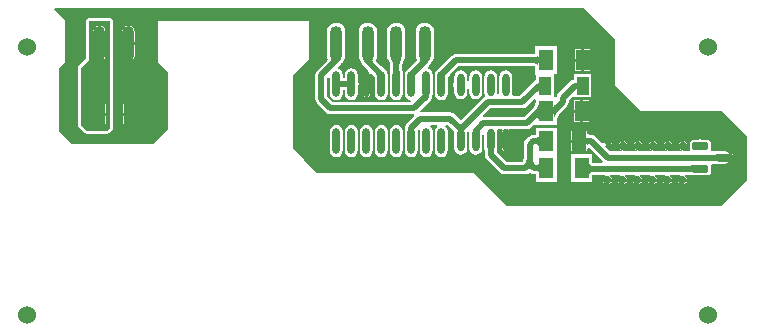
<source format=gtl>
G04*
G04 #@! TF.GenerationSoftware,Altium Limited,Altium Designer,20.1.14 (287)*
G04*
G04 Layer_Physical_Order=1*
G04 Layer_Color=255*
%FSLAX25Y25*%
%MOIN*%
G70*
G04*
G04 #@! TF.SameCoordinates,41C541CE-8B16-402B-B8EC-46EACFEFE534*
G04*
G04*
G04 #@! TF.FilePolarity,Positive*
G04*
G01*
G75*
%ADD16O,0.04000X0.12000*%
%ADD17O,0.02362X0.08661*%
G04:AMPARAMS|DCode=18|XSize=51.18mil|YSize=23.62mil|CornerRadius=2.01mil|HoleSize=0mil|Usage=FLASHONLY|Rotation=0.000|XOffset=0mil|YOffset=0mil|HoleType=Round|Shape=RoundedRectangle|*
%AMROUNDEDRECTD18*
21,1,0.05118,0.01961,0,0,0.0*
21,1,0.04717,0.02362,0,0,0.0*
1,1,0.00402,0.02358,-0.00980*
1,1,0.00402,-0.02358,-0.00980*
1,1,0.00402,-0.02358,0.00980*
1,1,0.00402,0.02358,0.00980*
%
%ADD18ROUNDEDRECTD18*%
%ADD19O,0.02362X0.07480*%
%ADD20R,0.05140X0.06922*%
%ADD21R,0.05118X0.07087*%
%ADD22R,0.03937X0.05906*%
%ADD23R,0.05315X0.07480*%
%ADD32C,0.02000*%
%ADD33C,0.06000*%
%ADD34C,0.02900*%
%ADD35C,0.02800*%
G36*
X399500Y299000D02*
X410000Y288500D01*
X410000Y273000D01*
X418500Y264500D01*
X445500D01*
X454000Y256000D01*
X454000Y241500D01*
X445500Y233000D01*
X374000Y233000D01*
X363000Y244000D01*
X310128D01*
X302500Y252339D01*
Y276500D01*
X308000Y282000D01*
X308000Y294500D01*
X257500D01*
Y281000D01*
X261000Y277500D01*
Y258500D01*
X256000Y253500D01*
X229000D01*
X224500Y257500D01*
Y279000D01*
X226500Y281000D01*
Y295000D01*
X222962Y298538D01*
X223153Y299000D01*
X399500Y299000D01*
D02*
G37*
%LPC*%
G36*
X248250Y292940D02*
Y287500D01*
X249789D01*
Y291000D01*
X249634Y291780D01*
X249192Y292442D01*
X248530Y292884D01*
X248250Y292940D01*
D02*
G37*
G36*
X247250D02*
X246970Y292884D01*
X246308Y292442D01*
X245866Y291780D01*
X245711Y291000D01*
Y287500D01*
X247250D01*
Y292940D01*
D02*
G37*
G36*
X401661Y285043D02*
X399602D01*
Y282000D01*
X401661D01*
Y285043D01*
D02*
G37*
G36*
X398602D02*
X396543D01*
Y282000D01*
X398602D01*
Y285043D01*
D02*
G37*
G36*
X249789Y286500D02*
X248250D01*
Y281060D01*
X248530Y281116D01*
X249192Y281558D01*
X249634Y282220D01*
X249789Y283000D01*
Y286500D01*
D02*
G37*
G36*
X247250D02*
X245711D01*
Y283000D01*
X245866Y282220D01*
X246308Y281558D01*
X246970Y281116D01*
X247250Y281060D01*
Y286500D01*
D02*
G37*
G36*
X401661Y281000D02*
X399602D01*
Y277957D01*
X401661D01*
Y281000D01*
D02*
G37*
G36*
X398602D02*
X396543D01*
Y277957D01*
X398602D01*
Y281000D01*
D02*
G37*
G36*
X251756Y278240D02*
X249598D01*
Y275000D01*
X251756D01*
Y278240D01*
D02*
G37*
G36*
X248598D02*
X246441D01*
Y275000D01*
X248598D01*
Y278240D01*
D02*
G37*
G36*
X363500Y278035D02*
X362649Y277866D01*
X361928Y277383D01*
X361445Y276662D01*
X361276Y275811D01*
Y274764D01*
X360776Y274555D01*
X360724Y274607D01*
Y275811D01*
X360555Y276662D01*
X360072Y277383D01*
X359351Y277866D01*
X358500Y278035D01*
X357649Y277866D01*
X356927Y277383D01*
X356445Y276662D01*
X356276Y275811D01*
Y274244D01*
X356239Y274188D01*
X356053Y273252D01*
X356239Y272316D01*
X356276Y272260D01*
Y270693D01*
X356445Y269842D01*
X356927Y269120D01*
X357649Y268638D01*
X358500Y268469D01*
X359351Y268638D01*
X360072Y269120D01*
X360555Y269842D01*
X360724Y270693D01*
Y271897D01*
X360776Y271949D01*
X361276Y271740D01*
Y270693D01*
X361445Y269842D01*
X361928Y269120D01*
X362649Y268638D01*
X363500Y268469D01*
X364351Y268638D01*
X365072Y269120D01*
X365555Y269842D01*
X365724Y270693D01*
Y275811D01*
X365555Y276662D01*
X365072Y277383D01*
X364351Y277866D01*
X363500Y278035D01*
D02*
G37*
G36*
X326500Y277685D02*
X326149Y277450D01*
X325887Y277059D01*
X325796Y276598D01*
Y274256D01*
X325634Y274015D01*
X325621Y273949D01*
X326500D01*
Y277685D01*
D02*
G37*
G36*
X251756Y274000D02*
X249598D01*
Y270760D01*
X251756D01*
Y274000D01*
D02*
G37*
G36*
X248598D02*
X246441D01*
Y270760D01*
X248598D01*
Y274000D01*
D02*
G37*
G36*
X328379Y272949D02*
X327500D01*
Y269213D01*
X327852Y269448D01*
X328113Y269838D01*
X328204Y270299D01*
Y272641D01*
X328366Y272883D01*
X328379Y272949D01*
D02*
G37*
G36*
X326500D02*
X325621D01*
X325634Y272883D01*
X325796Y272641D01*
Y270299D01*
X325887Y269838D01*
X326149Y269448D01*
X326500Y269213D01*
Y272949D01*
D02*
G37*
G36*
X337000Y294026D02*
X336217Y293923D01*
X335487Y293620D01*
X334860Y293140D01*
X334380Y292513D01*
X334077Y291783D01*
X333974Y291000D01*
Y283000D01*
X334077Y282217D01*
X334314Y281645D01*
X334321Y281607D01*
X334343Y281575D01*
X334380Y281487D01*
X334417Y281438D01*
X334428Y281413D01*
X334543Y281249D01*
X334625Y281106D01*
X334701Y280946D01*
X334770Y280767D01*
X334831Y280568D01*
X334883Y280348D01*
X334922Y280121D01*
X334961Y279696D01*
Y278203D01*
X334947Y277707D01*
X334918Y277366D01*
X334906Y277276D01*
X334899Y277243D01*
X334889Y277211D01*
X334877Y277107D01*
X334776Y276598D01*
Y270299D01*
X334945Y269448D01*
X335427Y268727D01*
X336149Y268245D01*
X337000Y268075D01*
X337851Y268245D01*
X338573Y268727D01*
X339055Y269448D01*
X339224Y270299D01*
Y276598D01*
X339129Y277077D01*
X339039Y278565D01*
Y279691D01*
X339047Y279858D01*
X339076Y280108D01*
X339117Y280348D01*
X339169Y280568D01*
X339230Y280767D01*
X339299Y280946D01*
X339375Y281106D01*
X339457Y281249D01*
X339572Y281413D01*
X339583Y281438D01*
X339620Y281487D01*
X339657Y281575D01*
X339679Y281607D01*
X339686Y281645D01*
X339923Y282217D01*
X340026Y283000D01*
Y291000D01*
X339923Y291783D01*
X339620Y292513D01*
X339140Y293140D01*
X338513Y293620D01*
X337783Y293923D01*
X337000Y294026D01*
D02*
G37*
G36*
X327500D02*
X326717Y293923D01*
X325987Y293620D01*
X325360Y293140D01*
X324880Y292513D01*
X324577Y291783D01*
X324474Y291000D01*
Y283000D01*
X324577Y282217D01*
X324880Y281487D01*
X325263Y280987D01*
X325268Y280933D01*
X325305Y280863D01*
X325324Y280786D01*
X325391Y280644D01*
X325476Y280529D01*
X325547Y280406D01*
X325614Y280330D01*
X325616Y280318D01*
X326058Y279657D01*
X327502Y278213D01*
X327500Y278209D01*
Y273949D01*
X328379D01*
X328366Y274015D01*
X328204Y274256D01*
Y276598D01*
X328153Y276854D01*
X328614Y277100D01*
X329139Y276576D01*
X329316Y276375D01*
X329548Y276083D01*
X329723Y275830D01*
X329776Y275736D01*
Y270299D01*
X329945Y269448D01*
X330428Y268727D01*
X331149Y268245D01*
X332000Y268075D01*
X332851Y268245D01*
X333573Y268727D01*
X334055Y269448D01*
X334224Y270299D01*
Y276598D01*
X334055Y277449D01*
X333573Y278171D01*
X333207Y278415D01*
X333150Y278471D01*
X333120Y278484D01*
X332052Y279431D01*
X330372Y281111D01*
X330226Y281278D01*
X330094Y281452D01*
X330120Y281487D01*
X330423Y282217D01*
X330526Y283000D01*
Y291000D01*
X330423Y291783D01*
X330120Y292513D01*
X329640Y293140D01*
X329013Y293620D01*
X328283Y293923D01*
X327500Y294026D01*
D02*
G37*
G36*
X346500D02*
X345717Y293923D01*
X344987Y293620D01*
X344360Y293140D01*
X343880Y292513D01*
X343577Y291783D01*
X343474Y291000D01*
Y283000D01*
X343577Y282217D01*
X343880Y281487D01*
X343903Y281456D01*
X343588Y281070D01*
X341693Y279175D01*
X341332Y278834D01*
X341071Y278613D01*
X340998Y278558D01*
X340970Y278540D01*
X340940Y278524D01*
X340899Y278491D01*
X340850Y278471D01*
X340793Y278415D01*
X340427Y278171D01*
X339945Y277449D01*
X339776Y276598D01*
Y270299D01*
X339945Y269448D01*
X340427Y268727D01*
X341149Y268245D01*
X341526Y268170D01*
X341756Y267614D01*
X341705Y267539D01*
X315845D01*
X314039Y269345D01*
Y275552D01*
X314276Y275739D01*
X314776Y275515D01*
Y270299D01*
X314945Y269448D01*
X315427Y268727D01*
X316149Y268245D01*
X317000Y268075D01*
X317851Y268245D01*
X318572Y268727D01*
X319055Y269448D01*
X319224Y270299D01*
Y271410D01*
X319776D01*
Y270299D01*
X319945Y269448D01*
X320427Y268727D01*
X321149Y268245D01*
X322000Y268075D01*
X322851Y268245D01*
X323572Y268727D01*
X324055Y269448D01*
X324224Y270299D01*
Y272457D01*
X324261Y272512D01*
X324447Y273449D01*
X324261Y274385D01*
X324224Y274441D01*
Y276598D01*
X324055Y277449D01*
X323572Y278171D01*
X322851Y278653D01*
X322000Y278822D01*
X321149Y278653D01*
X320427Y278171D01*
X319945Y277449D01*
X319776Y276598D01*
Y275488D01*
X319224D01*
Y276598D01*
X319055Y277449D01*
X318572Y278171D01*
X317851Y278653D01*
X317692Y278685D01*
X317547Y279163D01*
X318442Y280058D01*
X318664Y280390D01*
X318709Y280444D01*
X318726Y280473D01*
X318751Y280495D01*
X318829Y280599D01*
X318845Y280635D01*
X319140Y280860D01*
X319620Y281487D01*
X319923Y282217D01*
X320026Y283000D01*
Y291000D01*
X319923Y291783D01*
X319620Y292513D01*
X319140Y293140D01*
X318513Y293620D01*
X317783Y293923D01*
X317000Y294026D01*
X316217Y293923D01*
X315487Y293620D01*
X314860Y293140D01*
X314380Y292513D01*
X314077Y291783D01*
X313974Y291000D01*
Y283000D01*
X314077Y282217D01*
X314273Y281745D01*
X314264Y281732D01*
X313873Y281257D01*
X310558Y277942D01*
X310116Y277280D01*
X309961Y276500D01*
Y268500D01*
X310116Y267720D01*
X310558Y267058D01*
X313558Y264058D01*
X314220Y263616D01*
X315000Y263461D01*
X342870D01*
X343058Y263140D01*
X343088Y262972D01*
X340558Y260442D01*
X340116Y259780D01*
X339961Y259000D01*
Y258575D01*
X339945Y258552D01*
X339776Y257701D01*
Y251402D01*
X339945Y250551D01*
X340427Y249829D01*
X341149Y249347D01*
X342000Y249178D01*
X342851Y249347D01*
X343572Y249829D01*
X344055Y250551D01*
X344224Y251402D01*
Y257701D01*
X344124Y258204D01*
X344475Y258531D01*
X344897Y258306D01*
X344776Y257701D01*
Y251402D01*
X344945Y250551D01*
X345427Y249829D01*
X346149Y249347D01*
X347000Y249178D01*
X347851Y249347D01*
X348572Y249829D01*
X349055Y250551D01*
X349224Y251402D01*
Y257701D01*
X349055Y258552D01*
X348572Y259273D01*
X348292Y259461D01*
X348444Y259961D01*
X350556D01*
X350708Y259461D01*
X350428Y259273D01*
X349945Y258552D01*
X349776Y257701D01*
Y251402D01*
X349945Y250551D01*
X350428Y249829D01*
X351149Y249347D01*
X352000Y249178D01*
X352851Y249347D01*
X353573Y249829D01*
X354055Y250551D01*
X354224Y251402D01*
Y257701D01*
X354055Y258552D01*
X353573Y259273D01*
X353292Y259461D01*
X353444Y259961D01*
X354155D01*
X356365Y257752D01*
X356276Y257307D01*
Y252189D01*
X356445Y251338D01*
X356927Y250617D01*
X357649Y250134D01*
X358500Y249965D01*
X359351Y250134D01*
X360072Y250617D01*
X360555Y251338D01*
X360724Y252189D01*
Y257307D01*
X360667Y257592D01*
X360857Y257760D01*
X361314Y257498D01*
X361276Y257307D01*
Y252189D01*
X361445Y251338D01*
X361928Y250617D01*
X362649Y250134D01*
X363500Y249965D01*
X364351Y250134D01*
X365072Y250617D01*
X365555Y251338D01*
X365724Y252189D01*
Y256757D01*
X365776Y256796D01*
X366276Y256543D01*
Y252189D01*
X366445Y251338D01*
X366461Y251315D01*
Y250000D01*
X366616Y249220D01*
X367058Y248558D01*
X371558Y244058D01*
X372220Y243616D01*
X373000Y243461D01*
X380000D01*
X380780Y243616D01*
X381442Y244058D01*
X381500Y244116D01*
X381558Y244058D01*
X382220Y243616D01*
X383000Y243461D01*
X383441D01*
Y240957D01*
X390559D01*
Y250039D01*
X390651D01*
Y258961D01*
X383511D01*
Y256599D01*
X383423Y256578D01*
X383225Y256547D01*
X383122Y256539D01*
X382672D01*
X381891Y256384D01*
X381230Y255942D01*
X381230Y255942D01*
X380058Y254770D01*
X379616Y254109D01*
X379461Y253328D01*
Y248993D01*
X379440Y248779D01*
X379392Y248492D01*
X379326Y248223D01*
X379243Y247972D01*
X379144Y247738D01*
X379039Y247539D01*
X373845D01*
X370539Y250845D01*
Y251315D01*
X370555Y251338D01*
X370724Y252189D01*
Y257307D01*
X370594Y257961D01*
X370908Y258461D01*
X372269D01*
X372516Y257961D01*
X372387Y257768D01*
X372296Y257307D01*
Y255556D01*
X372134Y255314D01*
X372121Y255248D01*
X374879D01*
X374866Y255314D01*
X374704Y255556D01*
Y257307D01*
X374613Y257768D01*
X374484Y257961D01*
X374731Y258461D01*
X380500D01*
X381280Y258616D01*
X381942Y259058D01*
X383016Y260133D01*
X383441Y259957D01*
Y259957D01*
X390559D01*
Y261740D01*
X390568Y261862D01*
X390606Y262040D01*
X390677Y262253D01*
X390789Y262500D01*
X390943Y262778D01*
X391141Y263083D01*
X391378Y263404D01*
X391928Y264044D01*
X393942Y266058D01*
X394384Y266720D01*
X394539Y267500D01*
Y268155D01*
X395668Y269284D01*
X396130Y269093D01*
Y269047D01*
X402067D01*
Y276953D01*
X396130D01*
Y274966D01*
X395720Y274884D01*
X395058Y274442D01*
X391058Y270442D01*
X390616Y269780D01*
X390469Y269043D01*
X389967D01*
X389469Y269047D01*
X389469Y276953D01*
X389967Y276957D01*
X390457D01*
Y286043D01*
X383339D01*
Y283642D01*
X383304Y283628D01*
X383154Y283588D01*
X382942Y283552D01*
X382794Y283539D01*
X356902D01*
X356902Y283539D01*
X356121Y283384D01*
X355460Y282942D01*
X351693Y279175D01*
X351332Y278834D01*
X351071Y278613D01*
X350998Y278558D01*
X350970Y278540D01*
X350940Y278524D01*
X350899Y278491D01*
X350850Y278471D01*
X350793Y278415D01*
X350428Y278171D01*
X349945Y277449D01*
X349776Y276598D01*
Y270299D01*
X349945Y269448D01*
X350428Y268727D01*
X351149Y268245D01*
X352000Y268075D01*
X352851Y268245D01*
X353573Y268727D01*
X354055Y269448D01*
X354224Y270299D01*
Y275736D01*
X354277Y275830D01*
X354444Y276072D01*
X354903Y276617D01*
X357746Y279461D01*
X382794D01*
X382942Y279448D01*
X383154Y279413D01*
X383304Y279372D01*
X383339Y279358D01*
X383339Y276957D01*
X383531Y276537D01*
Y274758D01*
X383058Y274442D01*
X378167Y269551D01*
X375916D01*
X375596Y270051D01*
X375724Y270693D01*
Y275811D01*
X375555Y276662D01*
X375073Y277383D01*
X374351Y277866D01*
X373500Y278035D01*
X372649Y277866D01*
X371927Y277383D01*
X371445Y276662D01*
X371276Y275811D01*
Y270693D01*
X371341Y270365D01*
X371000Y269934D01*
X370659Y270365D01*
X370724Y270693D01*
Y275811D01*
X370555Y276662D01*
X370073Y277383D01*
X369351Y277866D01*
X368500Y278035D01*
X367649Y277866D01*
X366928Y277383D01*
X366445Y276662D01*
X366276Y275811D01*
Y270693D01*
X366445Y269842D01*
X366736Y269407D01*
X366731Y269396D01*
X366070Y268954D01*
X358500Y261384D01*
X356442Y263442D01*
X355780Y263884D01*
X355000Y264039D01*
X345130D01*
X344942Y264360D01*
X344912Y264528D01*
X348442Y268058D01*
X348884Y268720D01*
X349018Y269393D01*
X349055Y269448D01*
X349224Y270299D01*
Y276598D01*
X349055Y277449D01*
X348572Y278171D01*
X347851Y278653D01*
X347610Y278701D01*
X347465Y279179D01*
X347942Y279657D01*
X348274Y280153D01*
X348338Y280232D01*
X348356Y280266D01*
X348383Y280293D01*
X348525Y280499D01*
X348559Y280576D01*
X348609Y280644D01*
X348676Y280786D01*
X348695Y280863D01*
X348732Y280933D01*
X348737Y280987D01*
X349120Y281487D01*
X349423Y282217D01*
X349526Y283000D01*
Y291000D01*
X349423Y291783D01*
X349120Y292513D01*
X348640Y293140D01*
X348013Y293620D01*
X347283Y293923D01*
X346500Y294026D01*
D02*
G37*
G36*
X401370Y268043D02*
X399311D01*
Y265000D01*
X401370D01*
Y268043D01*
D02*
G37*
G36*
X398311D02*
X396252D01*
Y265000D01*
X398311D01*
Y268043D01*
D02*
G37*
G36*
X251070Y266961D02*
X249000D01*
Y264000D01*
X251070D01*
Y266961D01*
D02*
G37*
G36*
X248000D02*
X245930D01*
Y264000D01*
X248000D01*
Y266961D01*
D02*
G37*
G36*
X401370Y264000D02*
X399311D01*
Y260957D01*
X401370D01*
Y264000D01*
D02*
G37*
G36*
X398311D02*
X396252D01*
Y260957D01*
X398311D01*
Y264000D01*
D02*
G37*
G36*
X251070Y263000D02*
X249000D01*
Y260039D01*
X251070D01*
Y263000D01*
D02*
G37*
G36*
X248000D02*
X245930D01*
Y260039D01*
X248000D01*
Y263000D01*
D02*
G37*
G36*
X241500Y295520D02*
X234500D01*
X234110Y295442D01*
X233779Y295221D01*
X233558Y294890D01*
X233480Y294500D01*
Y281922D01*
X231279Y279721D01*
X231058Y279390D01*
X230980Y279000D01*
Y260000D01*
X231058Y259610D01*
X231279Y259279D01*
X233279Y257279D01*
X233610Y257058D01*
X234000Y256980D01*
X240500D01*
X240890Y257058D01*
X241221Y257279D01*
X242221Y258279D01*
X242442Y258610D01*
X242520Y259000D01*
Y294500D01*
X242442Y294890D01*
X242221Y295221D01*
X241890Y295442D01*
X241500Y295520D01*
D02*
G37*
G36*
X408000Y255879D02*
Y255000D01*
X408879D01*
X408866Y255066D01*
X408545Y255545D01*
X408066Y255866D01*
X408000Y255879D01*
D02*
G37*
G36*
X407000D02*
X406934Y255866D01*
X406455Y255545D01*
X406134Y255066D01*
X406121Y255000D01*
X407000D01*
Y255879D01*
D02*
G37*
G36*
X397419Y257961D02*
X395349D01*
Y255000D01*
X397419D01*
Y257961D01*
D02*
G37*
G36*
X433000Y254379D02*
Y253500D01*
X433879D01*
X433866Y253566D01*
X433545Y254045D01*
X433066Y254366D01*
X433000Y254379D01*
D02*
G37*
G36*
X432000D02*
X431934Y254366D01*
X431455Y254045D01*
X431134Y253566D01*
X431121Y253500D01*
X432000D01*
Y254379D01*
D02*
G37*
G36*
X428000D02*
Y253500D01*
X428879D01*
X428866Y253566D01*
X428545Y254045D01*
X428066Y254366D01*
X428000Y254379D01*
D02*
G37*
G36*
X427000D02*
X426934Y254366D01*
X426455Y254045D01*
X426134Y253566D01*
X426121Y253500D01*
X427000D01*
Y254379D01*
D02*
G37*
G36*
X423000D02*
Y253500D01*
X423879D01*
X423866Y253566D01*
X423545Y254045D01*
X423066Y254366D01*
X423000Y254379D01*
D02*
G37*
G36*
X422000D02*
X421934Y254366D01*
X421455Y254045D01*
X421134Y253566D01*
X421121Y253500D01*
X422000D01*
Y254379D01*
D02*
G37*
G36*
X418000D02*
Y253500D01*
X418879D01*
X418866Y253566D01*
X418545Y254045D01*
X418066Y254366D01*
X418000Y254379D01*
D02*
G37*
G36*
X417000D02*
X416934Y254366D01*
X416455Y254045D01*
X416134Y253566D01*
X416121Y253500D01*
X417000D01*
Y254379D01*
D02*
G37*
G36*
X413000D02*
Y253500D01*
X413879D01*
X413866Y253566D01*
X413545Y254045D01*
X413066Y254366D01*
X413000Y254379D01*
D02*
G37*
G36*
X412000D02*
X411934Y254366D01*
X411455Y254045D01*
X411134Y253566D01*
X411121Y253500D01*
X412000D01*
Y254379D01*
D02*
G37*
G36*
X408879Y254000D02*
X408000D01*
Y253121D01*
X408066Y253134D01*
X408545Y253455D01*
X408866Y253934D01*
X408879Y254000D01*
D02*
G37*
G36*
X374879Y254248D02*
X374000D01*
Y251103D01*
X374352Y251337D01*
X374613Y251728D01*
X374704Y252189D01*
Y253940D01*
X374866Y254182D01*
X374879Y254248D01*
D02*
G37*
G36*
X373000D02*
X372121D01*
X372134Y254182D01*
X372296Y253940D01*
Y252189D01*
X372387Y251728D01*
X372649Y251337D01*
X373000Y251103D01*
Y254248D01*
D02*
G37*
G36*
X397419Y254000D02*
X395349D01*
Y251039D01*
X397419D01*
Y254000D01*
D02*
G37*
G36*
X337000Y259925D02*
X336149Y259755D01*
X335427Y259273D01*
X334945Y258552D01*
X334776Y257701D01*
Y251402D01*
X334945Y250551D01*
X335427Y249829D01*
X336149Y249347D01*
X337000Y249178D01*
X337851Y249347D01*
X338573Y249829D01*
X339055Y250551D01*
X339224Y251402D01*
Y257701D01*
X339055Y258552D01*
X338573Y259273D01*
X337851Y259755D01*
X337000Y259925D01*
D02*
G37*
G36*
X332000D02*
X331149Y259755D01*
X330428Y259273D01*
X329945Y258552D01*
X329776Y257701D01*
Y251402D01*
X329945Y250551D01*
X330428Y249829D01*
X331149Y249347D01*
X332000Y249178D01*
X332851Y249347D01*
X333573Y249829D01*
X334055Y250551D01*
X334224Y251402D01*
Y257701D01*
X334055Y258552D01*
X333573Y259273D01*
X332851Y259755D01*
X332000Y259925D01*
D02*
G37*
G36*
X327000D02*
X326149Y259755D01*
X325428Y259273D01*
X324945Y258552D01*
X324776Y257701D01*
Y251402D01*
X324945Y250551D01*
X325428Y249829D01*
X326149Y249347D01*
X327000Y249178D01*
X327851Y249347D01*
X328573Y249829D01*
X329055Y250551D01*
X329224Y251402D01*
Y257701D01*
X329055Y258552D01*
X328573Y259273D01*
X327851Y259755D01*
X327000Y259925D01*
D02*
G37*
G36*
X322000D02*
X321149Y259755D01*
X320427Y259273D01*
X319945Y258552D01*
X319776Y257701D01*
Y251402D01*
X319945Y250551D01*
X320427Y249829D01*
X321149Y249347D01*
X322000Y249178D01*
X322851Y249347D01*
X323572Y249829D01*
X324055Y250551D01*
X324224Y251402D01*
Y257701D01*
X324055Y258552D01*
X323572Y259273D01*
X322851Y259755D01*
X322000Y259925D01*
D02*
G37*
G36*
X317000D02*
X316149Y259755D01*
X315427Y259273D01*
X314945Y258552D01*
X314776Y257701D01*
Y251402D01*
X314945Y250551D01*
X315427Y249829D01*
X316149Y249347D01*
X317000Y249178D01*
X317851Y249347D01*
X318572Y249829D01*
X319055Y250551D01*
X319224Y251402D01*
Y257701D01*
X319055Y258552D01*
X318572Y259273D01*
X317851Y259755D01*
X317000Y259925D01*
D02*
G37*
G36*
X400489Y257961D02*
X398419D01*
Y254500D01*
Y251039D01*
X400489D01*
Y251962D01*
X400584Y251981D01*
X400706Y251986D01*
X400778Y252019D01*
X400855Y252035D01*
X400956Y252102D01*
X401067Y252154D01*
X401496Y252071D01*
X401616Y252000D01*
X405817Y247799D01*
X405610Y247299D01*
X402911D01*
X402762Y247312D01*
X402548Y247348D01*
X402395Y247388D01*
X402370Y247399D01*
Y250043D01*
X395252D01*
Y240957D01*
X402370D01*
Y243121D01*
X402395Y243131D01*
X402548Y243172D01*
X402762Y243208D01*
X402911Y243221D01*
X406484D01*
X406636Y242721D01*
X406373Y242545D01*
X406053Y242066D01*
X406040Y242000D01*
X408798D01*
X408785Y242066D01*
X408464Y242545D01*
X408202Y242721D01*
X408354Y243221D01*
X411484D01*
X411636Y242721D01*
X411373Y242545D01*
X411053Y242066D01*
X411040Y242000D01*
X413798D01*
X413785Y242066D01*
X413464Y242545D01*
X413202Y242721D01*
X413353Y243221D01*
X416484D01*
X416636Y242721D01*
X416373Y242545D01*
X416053Y242066D01*
X416040Y242000D01*
X418798D01*
X418785Y242066D01*
X418464Y242545D01*
X418202Y242721D01*
X418354Y243221D01*
X421484D01*
X421636Y242721D01*
X421373Y242545D01*
X421053Y242066D01*
X421040Y242000D01*
X423798D01*
X423785Y242066D01*
X423464Y242545D01*
X423202Y242721D01*
X423353Y243221D01*
X426484D01*
X426636Y242721D01*
X426373Y242545D01*
X426053Y242066D01*
X426040Y242000D01*
X428798D01*
X428785Y242066D01*
X428464Y242545D01*
X428202Y242721D01*
X428354Y243221D01*
X431484D01*
X431636Y242721D01*
X431373Y242545D01*
X431053Y242066D01*
X431040Y242000D01*
X433798D01*
X433785Y242066D01*
X433464Y242545D01*
X433202Y242721D01*
X433354Y243221D01*
X434978D01*
X435429Y243198D01*
X435472Y243193D01*
X435539Y243148D01*
X436008Y243055D01*
X440724D01*
X441193Y243148D01*
X441590Y243414D01*
X441855Y243811D01*
X441949Y244280D01*
Y246240D01*
X441905Y246461D01*
X442243Y246961D01*
X443246D01*
X443696Y246938D01*
X443741Y246933D01*
X443741Y246933D01*
X443798Y246922D01*
X443850Y246895D01*
X443992Y246883D01*
X444131Y246856D01*
X444188Y246867D01*
X444247Y246862D01*
X444382Y246905D01*
X444521Y246933D01*
X444563Y246961D01*
X446634D01*
X447414Y247116D01*
X448076Y247558D01*
X448239Y247802D01*
X448992D01*
X449146Y247866D01*
X449209Y248020D01*
Y248500D01*
X446634D01*
Y249500D01*
X449209D01*
Y249980D01*
X449146Y250134D01*
X448992Y250198D01*
X448239D01*
X448076Y250442D01*
X447414Y250884D01*
X446634Y251039D01*
X444563D01*
X444521Y251067D01*
X444382Y251095D01*
X444247Y251138D01*
X444188Y251133D01*
X444131Y251144D01*
X443992Y251117D01*
X443957Y251114D01*
X442730Y251039D01*
X442243D01*
X441905Y251539D01*
X441949Y251760D01*
Y253720D01*
X441855Y254189D01*
X441590Y254586D01*
X441193Y254852D01*
X440724Y254945D01*
X439387D01*
X439303Y255001D01*
X438366Y255187D01*
X437430Y255001D01*
X437346Y254945D01*
X436008D01*
X435539Y254852D01*
X435142Y254586D01*
X434877Y254189D01*
X434784Y253720D01*
Y251760D01*
X434828Y251539D01*
X434490Y251039D01*
X432638D01*
X432588Y251539D01*
X433066Y251634D01*
X433545Y251955D01*
X433866Y252434D01*
X433879Y252500D01*
X431121D01*
X431134Y252434D01*
X431455Y251955D01*
X431934Y251634D01*
X432411Y251539D01*
X432362Y251039D01*
X427638D01*
X427589Y251539D01*
X428066Y251634D01*
X428545Y251955D01*
X428866Y252434D01*
X428879Y252500D01*
X426121D01*
X426134Y252434D01*
X426455Y251955D01*
X426934Y251634D01*
X427412Y251539D01*
X427362Y251039D01*
X422638D01*
X422588Y251539D01*
X423066Y251634D01*
X423545Y251955D01*
X423866Y252434D01*
X423879Y252500D01*
X421121D01*
X421134Y252434D01*
X421455Y251955D01*
X421934Y251634D01*
X422411Y251539D01*
X422362Y251039D01*
X417638D01*
X417589Y251539D01*
X418066Y251634D01*
X418545Y251955D01*
X418866Y252434D01*
X418879Y252500D01*
X416121D01*
X416134Y252434D01*
X416455Y251955D01*
X416934Y251634D01*
X417412Y251539D01*
X417362Y251039D01*
X412638D01*
X412589Y251539D01*
X413066Y251634D01*
X413545Y251955D01*
X413866Y252434D01*
X413879Y252500D01*
X411121D01*
X411134Y252434D01*
X411455Y251955D01*
X411934Y251634D01*
X412411Y251539D01*
X412362Y251039D01*
X408345D01*
X406734Y252650D01*
X406931Y253107D01*
X406962Y253129D01*
X407000Y253121D01*
Y254000D01*
X406121D01*
X406129Y253962D01*
X406107Y253931D01*
X405650Y253734D01*
X403442Y255942D01*
X402780Y256384D01*
X402000Y256539D01*
X401517D01*
X401367Y256556D01*
X401326Y256564D01*
X401254Y256643D01*
X401186Y256744D01*
X401120Y256788D01*
X401067Y256846D01*
X400956Y256897D01*
X400855Y256965D01*
X400778Y256981D01*
X400706Y257014D01*
X400584Y257019D01*
X400489Y257038D01*
Y257961D01*
D02*
G37*
G36*
X433798Y241000D02*
X432919D01*
Y240121D01*
X432984Y240134D01*
X433464Y240455D01*
X433785Y240934D01*
X433798Y241000D01*
D02*
G37*
G36*
X431919D02*
X431040D01*
X431053Y240934D01*
X431373Y240455D01*
X431853Y240134D01*
X431919Y240121D01*
Y241000D01*
D02*
G37*
G36*
X428798D02*
X427919D01*
Y240121D01*
X427985Y240134D01*
X428464Y240455D01*
X428785Y240934D01*
X428798Y241000D01*
D02*
G37*
G36*
X426919D02*
X426040D01*
X426053Y240934D01*
X426373Y240455D01*
X426853Y240134D01*
X426919Y240121D01*
Y241000D01*
D02*
G37*
G36*
X423798D02*
X422919D01*
Y240121D01*
X422985Y240134D01*
X423464Y240455D01*
X423785Y240934D01*
X423798Y241000D01*
D02*
G37*
G36*
X421919D02*
X421040D01*
X421053Y240934D01*
X421373Y240455D01*
X421853Y240134D01*
X421919Y240121D01*
Y241000D01*
D02*
G37*
G36*
X418798D02*
X417919D01*
Y240121D01*
X417984Y240134D01*
X418464Y240455D01*
X418785Y240934D01*
X418798Y241000D01*
D02*
G37*
G36*
X416919D02*
X416040D01*
X416053Y240934D01*
X416373Y240455D01*
X416853Y240134D01*
X416919Y240121D01*
Y241000D01*
D02*
G37*
G36*
X413798D02*
X412919D01*
Y240121D01*
X412985Y240134D01*
X413464Y240455D01*
X413785Y240934D01*
X413798Y241000D01*
D02*
G37*
G36*
X411919D02*
X411040D01*
X411053Y240934D01*
X411373Y240455D01*
X411853Y240134D01*
X411919Y240121D01*
Y241000D01*
D02*
G37*
G36*
X408798D02*
X407919D01*
Y240121D01*
X407984Y240134D01*
X408464Y240455D01*
X408785Y240934D01*
X408798Y241000D01*
D02*
G37*
G36*
X406919D02*
X406040D01*
X406053Y240934D01*
X406373Y240455D01*
X406853Y240134D01*
X406919Y240121D01*
Y241000D01*
D02*
G37*
%LPD*%
G36*
X338597Y281797D02*
X338471Y281581D01*
X338361Y281348D01*
X338265Y281099D01*
X338184Y280834D01*
X338118Y280552D01*
X338066Y280254D01*
X338030Y279940D01*
X338000Y279262D01*
X336000D01*
X335993Y279609D01*
X335934Y280254D01*
X335882Y280552D01*
X335816Y280834D01*
X335735Y281099D01*
X335639Y281348D01*
X335529Y281581D01*
X335403Y281797D01*
X335263Y281997D01*
X338737D01*
X338597Y281797D01*
D02*
G37*
G36*
X338001Y278837D02*
X338113Y276987D01*
X338139Y276904D01*
X335861D01*
X335887Y276987D01*
X335911Y277103D01*
X335932Y277253D01*
X335965Y277649D01*
X335999Y278837D01*
X336000Y279216D01*
X338000D01*
X338001Y278837D01*
D02*
G37*
G36*
X329097Y282056D02*
X328970Y281943D01*
X328902Y281801D01*
X328892Y281628D01*
X328940Y281425D01*
X329047Y281191D01*
X329211Y280928D01*
X329435Y280634D01*
X329716Y280310D01*
X330056Y279956D01*
X328299Y278886D01*
X327779Y279411D01*
X326313Y281079D01*
X326246Y281221D01*
X326254Y281299D01*
X326338Y281313D01*
X326497Y281263D01*
X329282Y282138D01*
X329097Y282056D01*
D02*
G37*
G36*
X331125Y278889D02*
X332512Y277660D01*
X332590Y277620D01*
X330833Y274949D01*
X330919Y275130D01*
X330954Y275333D01*
X330938Y275559D01*
X330872Y275808D01*
X330754Y276079D01*
X330587Y276373D01*
X330368Y276690D01*
X330098Y277030D01*
X329778Y277393D01*
X329407Y277778D01*
X330856Y279156D01*
X331125Y278889D01*
D02*
G37*
G36*
X384351Y279500D02*
X384331Y279690D01*
X384271Y279860D01*
X384171Y280010D01*
X384031Y280140D01*
X383851Y280250D01*
X383631Y280340D01*
X383371Y280410D01*
X383071Y280460D01*
X382731Y280490D01*
X382351Y280500D01*
Y282500D01*
X382731Y282510D01*
X383071Y282540D01*
X383371Y282590D01*
X383631Y282660D01*
X383851Y282750D01*
X384031Y282860D01*
X384171Y282990D01*
X384271Y283140D01*
X384331Y283310D01*
X384351Y283500D01*
Y279500D01*
D02*
G37*
G36*
X318003Y281263D02*
X318035Y281262D01*
X318012Y281210D01*
X317934Y281106D01*
X317801Y280950D01*
X316718Y279811D01*
X315846Y278932D01*
X314216Y280131D01*
X314565Y280494D01*
X315090Y281131D01*
X315265Y281404D01*
X315383Y281649D01*
X315442Y281863D01*
X315443Y282047D01*
X315387Y282202D01*
X315273Y282327D01*
X315101Y282422D01*
X318003Y281263D01*
D02*
G37*
G36*
X347503D02*
X347662Y281313D01*
X347746Y281299D01*
X347754Y281221D01*
X347687Y281079D01*
X347545Y280873D01*
X347327Y280603D01*
X346665Y279872D01*
X345701Y278886D01*
X343944Y279956D01*
X344284Y280310D01*
X344789Y280928D01*
X344953Y281191D01*
X345060Y281425D01*
X345108Y281628D01*
X345098Y281801D01*
X345030Y281943D01*
X344903Y282056D01*
X344718Y282138D01*
X347503Y281263D01*
D02*
G37*
G36*
X354593Y277778D02*
X354222Y277393D01*
X353632Y276690D01*
X353414Y276373D01*
X353245Y276079D01*
X353128Y275808D01*
X353062Y275559D01*
X353046Y275333D01*
X353081Y275130D01*
X353167Y274949D01*
X351410Y277620D01*
X351488Y277660D01*
X351587Y277726D01*
X351707Y277816D01*
X352011Y278073D01*
X352875Y278889D01*
X353144Y279156D01*
X354593Y277778D01*
D02*
G37*
G36*
X344593D02*
X344222Y277393D01*
X343632Y276690D01*
X343413Y276373D01*
X343246Y276079D01*
X343128Y275808D01*
X343062Y275559D01*
X343046Y275333D01*
X343081Y275130D01*
X343167Y274949D01*
X341410Y277620D01*
X341488Y277660D01*
X341587Y277726D01*
X341707Y277816D01*
X342011Y278073D01*
X342875Y278889D01*
X343144Y279156D01*
X344593Y277778D01*
D02*
G37*
G36*
X347590Y269278D02*
X347759Y269332D01*
X347854Y269325D01*
X347875Y269256D01*
X347823Y269126D01*
X347697Y268934D01*
X347498Y268680D01*
X346878Y267988D01*
X345963Y267049D01*
X344511Y268425D01*
X344884Y268812D01*
X345470Y269511D01*
X345683Y269821D01*
X345842Y270107D01*
X345947Y270366D01*
X345999Y270600D01*
X345997Y270809D01*
X345942Y270992D01*
X345833Y271149D01*
X347590Y269278D01*
D02*
G37*
G36*
X391668Y265254D02*
X391263Y264835D01*
X390580Y264040D01*
X390303Y263665D01*
X390068Y263304D01*
X389876Y262957D01*
X389727Y262626D01*
X389620Y262309D01*
X389556Y262006D01*
X389535Y261719D01*
Y267375D01*
X389549Y267119D01*
X389592Y266919D01*
X389663Y266776D01*
X389763Y266691D01*
X389892Y266662D01*
X390049Y266691D01*
X390234Y266776D01*
X390448Y266919D01*
X390690Y267119D01*
X390961Y267375D01*
X391668Y265254D01*
D02*
G37*
G36*
X383441Y268350D02*
Y267373D01*
X383436Y267356D01*
X383420Y267134D01*
X383382Y266954D01*
X383311Y266739D01*
X383200Y266492D01*
X383047Y266214D01*
X382850Y265909D01*
X382615Y265590D01*
X382067Y264951D01*
X379655Y262539D01*
X366130D01*
X365869Y262985D01*
X368356Y265473D01*
X379012D01*
X379792Y265628D01*
X380454Y266070D01*
X382941Y268557D01*
X383441Y268350D01*
D02*
G37*
G36*
X384453Y261625D02*
X384439Y261879D01*
X384396Y262077D01*
X384326Y262218D01*
X384227Y262303D01*
X384099Y262332D01*
X383944Y262303D01*
X383760Y262218D01*
X383548Y262077D01*
X383307Y261879D01*
X383039Y261625D01*
X382332Y263746D01*
X382735Y264163D01*
X383414Y264955D01*
X383689Y265330D01*
X383923Y265690D01*
X384114Y266037D01*
X384262Y266369D01*
X384368Y266687D01*
X384432Y266991D01*
X384453Y267281D01*
Y261625D01*
D02*
G37*
G36*
X366020Y259106D02*
X365644Y258716D01*
X365053Y258013D01*
X364838Y257699D01*
X364676Y257411D01*
X364567Y257148D01*
X364512Y256911D01*
X364510Y256699D01*
X364562Y256512D01*
X364667Y256351D01*
X362910Y258328D01*
X362775Y258287D01*
X362707Y258304D01*
X362708Y258379D01*
X362776Y258511D01*
X362912Y258702D01*
X363116Y258951D01*
X364136Y260045D01*
X364612Y260526D01*
X366020Y259106D01*
D02*
G37*
G36*
X384535Y252648D02*
X384517Y252810D01*
X384461Y252955D01*
X384368Y253083D01*
X384237Y253193D01*
X384069Y253287D01*
X383864Y253364D01*
X383622Y253423D01*
X383343Y253466D01*
X383026Y253491D01*
X382672Y253500D01*
Y255500D01*
X383026Y255508D01*
X383343Y255534D01*
X383622Y255577D01*
X383864Y255636D01*
X384069Y255713D01*
X384237Y255807D01*
X384368Y255917D01*
X384461Y256045D01*
X384517Y256190D01*
X384535Y256352D01*
Y252648D01*
D02*
G37*
G36*
X369500Y250000D02*
X367500D01*
X367500Y251592D01*
X369500D01*
X369500Y250000D01*
D02*
G37*
G36*
X382512Y249022D02*
X382548Y248646D01*
X382609Y248286D01*
X382693Y247941D01*
X382802Y247612D01*
X382935Y247300D01*
X383091Y247003D01*
X383273Y246722D01*
X383431Y246517D01*
X383741Y246541D01*
X383930Y246572D01*
X384090Y246613D01*
X384221Y246663D01*
X384322Y246722D01*
X384395Y246790D01*
X384438Y246867D01*
X384453Y246953D01*
Y244047D01*
X384438Y244133D01*
X384395Y244210D01*
X384322Y244278D01*
X384221Y244337D01*
X384090Y244387D01*
X383930Y244427D01*
X383741Y244459D01*
X383523Y244482D01*
X383000Y244500D01*
Y245500D01*
X382293Y244793D01*
X382134Y244936D01*
X381976Y245047D01*
X381817Y245126D01*
X381659Y245174D01*
X381500Y245189D01*
X381341Y245174D01*
X381183Y245126D01*
X381024Y245047D01*
X380866Y244936D01*
X380707Y244793D01*
X379293Y246207D01*
X379522Y246457D01*
X379727Y246722D01*
X379908Y247003D01*
X380065Y247300D01*
X380198Y247612D01*
X380307Y247941D01*
X380391Y248286D01*
X380452Y248646D01*
X380488Y249022D01*
X380500Y249414D01*
X382500D01*
X382512Y249022D01*
D02*
G37*
G36*
X241500Y259000D02*
X240500Y258000D01*
X234000D01*
X232000Y260000D01*
Y279000D01*
X234500Y281500D01*
Y294500D01*
X241500D01*
Y259000D01*
D02*
G37*
%LPC*%
G36*
X238500Y292940D02*
Y287500D01*
X240039D01*
Y291000D01*
X239884Y291780D01*
X239442Y292442D01*
X238780Y292884D01*
X238500Y292940D01*
D02*
G37*
G36*
X237500D02*
X237220Y292884D01*
X236558Y292442D01*
X236116Y291780D01*
X235961Y291000D01*
Y287500D01*
X237500D01*
Y292940D01*
D02*
G37*
G36*
X240039Y286500D02*
X238500D01*
Y281060D01*
X238780Y281116D01*
X239442Y281558D01*
X239884Y282220D01*
X240039Y283000D01*
Y286500D01*
D02*
G37*
G36*
X237500D02*
X235961D01*
Y283000D01*
X236116Y282220D01*
X236558Y281558D01*
X237220Y281116D01*
X237500Y281060D01*
Y286500D01*
D02*
G37*
G36*
X239158Y278240D02*
X237000D01*
Y275000D01*
X239158D01*
Y278240D01*
D02*
G37*
G36*
X236000D02*
X233842D01*
Y275000D01*
X236000D01*
Y278240D01*
D02*
G37*
G36*
X239158Y274000D02*
X237000D01*
Y270760D01*
X239158D01*
Y274000D01*
D02*
G37*
G36*
X236000D02*
X233842D01*
Y270760D01*
X236000D01*
Y274000D01*
D02*
G37*
G36*
X240232Y266961D02*
X238162D01*
Y264000D01*
X240232D01*
Y266961D01*
D02*
G37*
G36*
X237162D02*
X235093D01*
Y264000D01*
X237162D01*
Y266961D01*
D02*
G37*
G36*
X240232Y263000D02*
X238162D01*
Y260039D01*
X240232D01*
Y263000D01*
D02*
G37*
G36*
X237162D02*
X235093D01*
Y260039D01*
X237162D01*
Y263000D01*
D02*
G37*
%LPD*%
G36*
X398966Y255512D02*
X398994Y255510D01*
X399183Y255504D01*
X399839Y255500D01*
Y253500D01*
X398954Y253485D01*
Y255515D01*
X398966Y255512D01*
D02*
G37*
G36*
X400480Y255924D02*
X400526Y255835D01*
X400603Y255756D01*
X400710Y255688D01*
X400848Y255631D01*
X401017Y255584D01*
X401217Y255547D01*
X401447Y255521D01*
X401708Y255505D01*
X402000Y255500D01*
Y253500D01*
X401708Y253495D01*
X401217Y253453D01*
X401017Y253416D01*
X400848Y253369D01*
X400710Y253312D01*
X400603Y253243D01*
X400526Y253165D01*
X400480Y253076D01*
X400465Y252977D01*
Y256023D01*
X400480Y255924D01*
D02*
G37*
G36*
X444131Y247875D02*
X444101Y247899D01*
X444032Y247920D01*
X443925Y247939D01*
X443778Y247955D01*
X443104Y247989D01*
X442079Y248000D01*
Y250000D01*
X442460Y250001D01*
X444101Y250101D01*
X444131Y250125D01*
Y247875D01*
D02*
G37*
G36*
X435863Y244135D02*
X435834Y244159D01*
X435765Y244180D01*
X435657Y244199D01*
X435510Y244215D01*
X434836Y244249D01*
X433812Y244260D01*
Y246260D01*
X434192Y246261D01*
X435834Y246361D01*
X435863Y246385D01*
Y244135D01*
D02*
G37*
G36*
X401366Y247070D02*
X401427Y246900D01*
X401527Y246750D01*
X401668Y246620D01*
X401849Y246510D01*
X402070Y246420D01*
X402332Y246350D01*
X402634Y246300D01*
X402976Y246270D01*
X403358Y246260D01*
Y244260D01*
X402976Y244250D01*
X402634Y244220D01*
X402332Y244170D01*
X402070Y244100D01*
X401849Y244010D01*
X401668Y243900D01*
X401527Y243770D01*
X401427Y243620D01*
X401366Y243450D01*
X401346Y243260D01*
Y247260D01*
X401366Y247070D01*
D02*
G37*
D16*
X247750Y287000D02*
D03*
X238000D02*
D03*
X317000D02*
D03*
X346500D02*
D03*
X337000D02*
D03*
X327500D02*
D03*
D17*
X317000Y254551D02*
D03*
X322000D02*
D03*
X327000D02*
D03*
X332000D02*
D03*
X337000D02*
D03*
X342000D02*
D03*
X347000D02*
D03*
X352000D02*
D03*
X317000Y273449D02*
D03*
X322000D02*
D03*
X327000D02*
D03*
X332000D02*
D03*
X337000D02*
D03*
X342000D02*
D03*
X347000D02*
D03*
X352000D02*
D03*
D18*
X446634Y249000D02*
D03*
X438366Y245260D02*
D03*
Y252740D02*
D03*
D19*
X373500Y273252D02*
D03*
X368500D02*
D03*
X363500D02*
D03*
X358500D02*
D03*
X373500Y254748D02*
D03*
X368500D02*
D03*
X363500D02*
D03*
X358500D02*
D03*
D20*
X387081Y254500D02*
D03*
X397919D02*
D03*
X237663Y263500D02*
D03*
X248500D02*
D03*
D21*
X387000Y245500D02*
D03*
X398811D02*
D03*
Y264500D02*
D03*
X387000D02*
D03*
X386898Y281500D02*
D03*
X399102D02*
D03*
D22*
X399098Y273000D02*
D03*
X386500D02*
D03*
D23*
X249098Y274500D02*
D03*
X236500D02*
D03*
D32*
X317000Y273449D02*
X322000D01*
X343000Y265500D02*
X347000Y269500D01*
X315000Y265500D02*
X343000D01*
X312000Y268500D02*
X315000Y265500D01*
X312000Y276500D02*
X317000Y281500D01*
Y287000D01*
X312000Y268500D02*
Y276500D01*
X396500Y273000D02*
X399098D01*
X327500Y281098D02*
X332000Y276598D01*
X347000Y269500D02*
Y273449D01*
X342000Y276598D02*
X346500Y281098D01*
Y287000D01*
X332000Y273449D02*
Y276598D01*
Y272949D02*
Y273449D01*
X342000D02*
Y276598D01*
X327500Y281098D02*
Y287000D01*
X342000Y272949D02*
Y273449D01*
X337000D02*
Y287000D01*
X352000Y273449D02*
Y276598D01*
X356902Y281500D01*
X386898D01*
X342000Y259000D02*
X345000Y262000D01*
X342000Y254551D02*
Y259000D01*
X345000Y262000D02*
X355000D01*
X358500Y258500D01*
X380500Y260500D02*
X384500Y264500D01*
X387000D01*
X379012Y267512D02*
X384500Y273000D01*
X367512Y267512D02*
X379012D01*
X384500Y273000D02*
X386500D01*
X407500Y249000D02*
X446634D01*
X399051Y245260D02*
X438366D01*
X363500Y254748D02*
Y258000D01*
X387000Y245500D02*
X387041Y245541D01*
X383000Y245500D02*
X387000D01*
X382672Y254500D02*
X387081D01*
X368500Y250000D02*
Y254748D01*
X381500Y247000D02*
X383000Y245500D01*
X380000D02*
X381500Y247000D01*
X368500Y250000D02*
X373000Y245500D01*
X380000D01*
X381500Y253328D02*
X382672Y254500D01*
X366000Y260500D02*
X380500D01*
X397919Y254500D02*
X402000D01*
X363500Y258000D02*
X366000Y260500D01*
X358500Y258500D02*
X367512Y267512D01*
X402000Y254500D02*
X407500Y249000D01*
X381500Y247000D02*
Y253328D01*
X392500Y267500D02*
Y269000D01*
X387000Y264500D02*
X389500D01*
X392500Y269000D02*
X396500Y273000D01*
X389500Y264500D02*
X392500Y267500D01*
D33*
X214000Y196500D02*
D03*
Y286000D02*
D03*
X441000Y196500D02*
D03*
Y286000D02*
D03*
D34*
X398811Y264500D02*
D03*
X327000Y273449D02*
D03*
X247750Y287000D02*
D03*
X407419Y241500D02*
D03*
X422419D02*
D03*
X407500Y254500D02*
D03*
X417419Y241500D02*
D03*
X432419D02*
D03*
X417500Y253000D02*
D03*
X432500D02*
D03*
X373500Y254748D02*
D03*
X412419Y241500D02*
D03*
X397919Y254500D02*
D03*
X427419Y241500D02*
D03*
X412500Y253000D02*
D03*
X422500D02*
D03*
X427500D02*
D03*
X248500Y263500D02*
D03*
X249098Y274500D02*
D03*
X399102Y281500D02*
D03*
D35*
X438366Y252740D02*
D03*
X358500Y273252D02*
D03*
X322000Y273449D02*
D03*
X238000Y287000D02*
D03*
M02*

</source>
